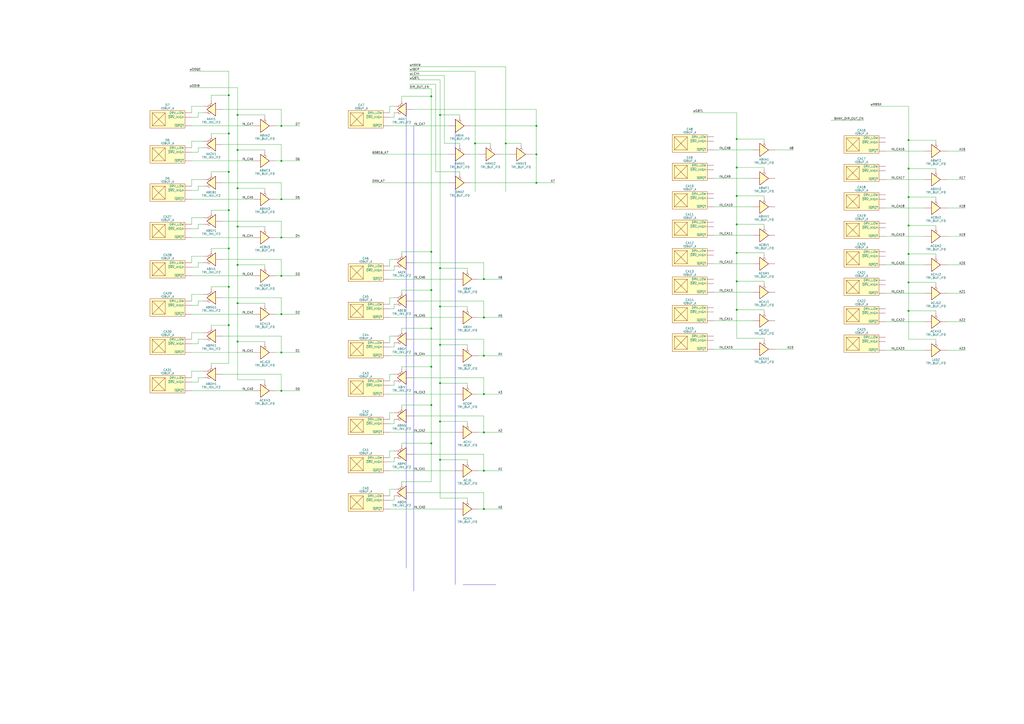
<source format=kicad_sch>
(kicad_sch (version 20230121) (generator eeschema)
  (paper "A2")
  (title_block (title "SNES S-CPU Schematics ") (date "2023-06-14") (rev "0.1") (company "Regis Galland"))
  (lib_symbols
    (symbol "Ricoh_Cells:IOBUF_A" (pin_numbers hide)
      (property "Reference" "U" (at 0 6.35 0))
      (property "Value" "IOBUF_A" (at 0 -6.35 0))
      (symbol "IOBUF_A_0_1"
        (rectangle (start -10.16 5.08) (end 10.16 -5.08) (fill (type background)))
        (rectangle (start -8.89 3.81) (end -1.27 -3.81))
        (polyline (pts (xy -8.89 -3.81) (xy -1.27 3.81)))
        (polyline (pts (xy -1.27 -3.81) (xy -8.89 3.81)))
      )
      (symbol "IOBUF_A_1_1"
        (pin input line (at 13.97 3.81 180) (length 3.81) (name "DRV_LOW") (number "1"))
        (pin output line (at 13.97 -3.81 180) (length 3.81) (name "~{INPUT}") (number "2"))
        (pin input line (at 13.97 1.27 180) (length 3.81) (name "~{DRV}_HIGH") (number "3"))
      )
    )
    (symbol "Ricoh_Cells:TRI_BUF_IF0" (pin_numbers hide) (pin_names hide)
      (property "Reference" "U?" (at 0 -5.08 0))
      (property "Value" "TRI_BUF_IF0" (at 0 -7.62 0))
      (symbol "TRI_BUF_IF0_1_0"
        (polyline (pts (xy -2.54 3.81) (xy -2.54 -3.81) (xy 2.54 0) (xy -2.54 3.81)) (stroke (width 0.254)) (fill (type background)))
        (pin input line (at -6.35 0 0) (length 3.81) (name "IN") (number "1"))
        (pin input line (at -6.35 0 0) (length 3.81) hide (name "IN") (number "3"))
        (pin tri_state line (at 6.35 0 180) (length 3.81) (name "~") (number "4"))
      )
      (symbol "TRI_BUF_IF0_1_1"
        (pin input inverted (at 0 5.08 270) (length 3) (name "~{ENA}") (number "2"))
      )
    )
    (symbol "Ricoh_Cells:TRI_INV_IF2" (pin_numbers hide) (pin_names hide)
      (property "Reference" "U?" (at 0 -5.08 0))
      (property "Value" "TRI_INV_IF2" (at 0 -7.62 0))
      (symbol "TRI_INV_IF2_1_0"
        (polyline (pts (xy -2.54 3.81) (xy -2.54 -3.81) (xy 2.54 0) (xy -2.54 3.81)) (stroke (width 0.254)) (fill (type background)))
        (pin input line (at -6.35 0 0) (length 3.81) (name "~") (number "2"))
        (pin tri_state inverted (at 4.445 -1.905 180) (length 3.81) (name "~") (number "3"))
        (pin tri_state inverted (at 4.445 1.905 180) (length 3.81) (name "~") (number "3"))
      )
      (symbol "TRI_INV_IF2_1_1"
        (pin input inverted (at 0 5.08 270) (length 3) (name "~{ENA}") (number "1"))
      )
    )
  )
  (junction (at 427.355 163.195))
  (junction (at 132.715 188.595))
  (junction (at 280.67 161.925))
  (junction (at 250.19 190.5))
  (junction (at 527.05 114.3))
  (junction (at 255.27 244.475))
  (junction (at 132.715 77.47))
  (junction (at 280.67 228.6))
  (junction (at 427.355 97.155))
  (junction (at 311.15 106.045))
  (junction (at 427.355 130.175))
  (junction (at 163.195 226.695))
  (junction (at 137.795 131.445))
  (junction (at 132.715 144.145))
  (junction (at 250.19 257.175))
  (junction (at 527.05 97.79))
  (junction (at 427.355 80.645))
  (junction (at 311.15 73.025))
  (junction (at 280.67 295.275))
  (junction (at 250.19 212.725))
  (junction (at 527.05 130.81))
  (junction (at 293.37 83.185))
  (junction (at 280.67 250.825))
  (junction (at 280.67 206.375))
  (junction (at 132.715 99.695))
  (junction (at 137.795 198.12))
  (junction (at 255.27 266.7))
  (junction (at 163.195 204.47))
  (junction (at 163.195 93.345))
  (junction (at 250.19 55.88))
  (junction (at 427.355 113.665))
  (junction (at 163.195 73.025))
  (junction (at 275.59 83.185))
  (junction (at 132.715 121.92))
  (junction (at 132.715 55.245))
  (junction (at 132.715 166.37))
  (junction (at 255.27 200.025))
  (junction (at 527.05 180.34))
  (junction (at 280.67 184.15))
  (junction (at 163.195 115.57))
  (junction (at 527.05 81.28))
  (junction (at 163.195 160.02))
  (junction (at 137.795 86.995))
  (junction (at 137.795 109.22))
  (junction (at 250.19 234.95))
  (junction (at 137.795 66.675))
  (junction (at 163.195 182.245))
  (junction (at 255.27 222.25))
  (junction (at 250.19 168.275))
  (junction (at 280.67 273.05))
  (junction (at 427.355 179.705))
  (junction (at 163.195 137.795))
  (junction (at 250.19 146.05))
  (junction (at 427.355 146.685))
  (junction (at 255.27 155.575))
  (junction (at 137.795 175.895))
  (junction (at 527.05 147.32))
  (junction (at 527.05 163.83))
  (junction (at 255.27 177.8))
  (junction (at 255.27 66.675))
  (junction (at 137.795 153.67))
  (junction (at 311.15 89.535))
  (wire (pts (xy 118.11 81.915) (xy 111.125 81.915)))
  (wire (pts (xy 250.19 55.88) (xy 250.19 146.05)))
  (wire (pts (xy 277.495 295.275) (xy 280.67 295.275)))
  (wire (pts (xy 153.67 177.165) (xy 153.67 175.895)))
  (wire (pts (xy 228.6 287.655) (xy 228.6 290.195)))
  (wire (pts (xy 255.27 177.8) (xy 255.27 155.575)))
  (wire (pts (xy 137.795 131.445) (xy 137.795 153.67)))
  (wire (pts (xy 527.05 180.34) (xy 527.05 163.83)))
  (wire (pts (xy 111.125 182.245) (xy 147.32 182.245)))
  (wire (pts (xy 122.555 99.695) (xy 122.555 100.965)))
  (wire (pts (xy 132.715 144.145) (xy 122.555 144.145)))
  (wire (pts (xy 513.715 153.67) (xy 536.575 153.67)))
  (wire (pts (xy 118.11 193.04) (xy 111.125 193.04)))
  (wire (pts (xy 527.05 114.3) (xy 527.05 97.79)))
  (wire (pts (xy 114.935 65.405) (xy 118.11 65.405)))
  (wire (pts (xy 111.125 126.365) (xy 111.125 130.175)))
  (wire (pts (xy 132.715 210.82) (xy 122.555 210.82)))
  (wire (pts (xy 228.6 261.62) (xy 226.06 261.62)))
  (wire (pts (xy 255.27 155.575) (xy 271.145 155.575)))
  (wire (pts (xy 233.045 279.4) (xy 233.045 280.67)))
  (wire (pts (xy 271.145 179.07) (xy 271.145 177.8)))
  (wire (pts (xy 293.37 83.185) (xy 302.26 83.185)))
  (wire (pts (xy 114.935 65.405) (xy 114.935 67.945)))
  (wire (pts (xy 504.825 61.595) (xy 527.05 61.595)))
  (wire (pts (xy 153.67 131.445) (xy 137.795 131.445)))
  (wire (pts (xy 137.795 198.12) (xy 137.795 220.345)))
  (wire (pts (xy 542.925 196.85) (xy 542.925 198.12)))
  (wire (pts (xy 427.355 80.645) (xy 427.355 97.155)))
  (wire (pts (xy 414.02 186.055) (xy 436.88 186.055)))
  (wire (pts (xy 271.145 290.195) (xy 271.145 288.925)))
  (wire (pts (xy 277.495 161.925) (xy 280.67 161.925)))
  (wire (pts (xy 414.02 103.505) (xy 436.88 103.505)))
  (wire (pts (xy 250.19 168.275) (xy 233.045 168.275)))
  (wire (pts (xy 443.23 180.975) (xy 443.23 179.705)))
  (wire (pts (xy 228.6 290.195) (xy 226.06 290.195)))
  (wire (pts (xy 271.145 266.7) (xy 255.27 266.7)))
  (wire (pts (xy 233.045 146.05) (xy 250.19 146.05)))
  (wire (pts (xy 163.195 194.945) (xy 128.905 194.945)))
  (wire (pts (xy 114.935 196.85) (xy 118.11 196.85)))
  (wire (pts (xy 513.715 137.16) (xy 536.575 137.16)))
  (wire (pts (xy 111.125 148.59) (xy 111.125 152.4)))
  (wire (pts (xy 132.715 166.37) (xy 122.555 166.37)))
  (wire (pts (xy 228.6 67.945) (xy 228.6 65.405)))
  (wire (pts (xy 163.195 106.045) (xy 128.905 106.045)))
  (wire (pts (xy 228.6 154.305) (xy 228.6 156.845)))
  (wire (pts (xy 111.125 115.57) (xy 147.32 115.57)))
  (wire (pts (xy 443.23 98.425) (xy 443.23 97.155)))
  (wire (pts (xy 163.195 217.17) (xy 128.905 217.17)))
  (wire (pts (xy 255.27 222.25) (xy 255.27 244.475)))
  (wire (pts (xy 228.6 198.755) (xy 228.6 201.295)))
  (wire (pts (xy 228.6 243.205) (xy 228.6 245.745)))
  (wire (pts (xy 443.23 146.685) (xy 443.23 147.955)))
  (wire (pts (xy 280.67 263.525) (xy 239.395 263.525)))
  (wire (pts (xy 443.23 179.705) (xy 427.355 179.705)))
  (wire (pts (xy 137.795 50.8) (xy 137.795 66.675)))
  (wire (pts (xy 250.19 279.4) (xy 233.045 279.4)))
  (wire (pts (xy 250.19 257.175) (xy 233.045 257.175)))
  (wire (pts (xy 280.67 174.625) (xy 239.395 174.625)))
  (wire (pts (xy 111.125 170.815) (xy 111.125 174.625)))
  (wire (pts (xy 111.125 193.04) (xy 111.125 196.85)))
  (wire (pts (xy 228.6 220.98) (xy 228.6 223.52)))
  (wire (pts (xy 111.125 226.695) (xy 147.32 226.695)))
  (wire (pts (xy 228.6 267.97) (xy 226.06 267.97)))
  (wire (pts (xy 266.7 66.675) (xy 266.7 67.945)))
  (wire (pts (xy 163.195 137.795) (xy 173.99 137.795)))
  (wire (pts (xy 280.67 219.075) (xy 239.395 219.075)))
  (wire (pts (xy 449.58 202.565) (xy 460.375 202.565)))
  (wire (pts (xy 163.195 83.82) (xy 128.905 83.82)))
  (wire (pts (xy 114.935 174.625) (xy 118.11 174.625)))
  (wire (pts (xy 114.935 130.175) (xy 114.935 132.715)))
  (wire (pts (xy 542.925 163.83) (xy 527.05 163.83)))
  (wire (pts (xy 160.02 137.795) (xy 163.195 137.795)))
  (wire (pts (xy 111.125 104.14) (xy 111.125 107.95)))
  (wire (pts (xy 549.275 153.67) (xy 560.07 153.67)))
  (wire (pts (xy 277.495 228.6) (xy 280.67 228.6)))
  (wire (pts (xy 132.715 55.245) (xy 132.715 77.47)))
  (wire (pts (xy 228.6 179.07) (xy 226.06 179.07)))
  (wire (pts (xy 233.045 257.175) (xy 233.045 258.445)))
  (wire (pts (xy 237.49 43.815) (xy 257.81 43.815)))
  (wire (pts (xy 137.795 109.22) (xy 137.795 86.995)))
  (polyline (pts (xy 264.16 69.215) (xy 264.16 339.09)))
  (wire (pts (xy 414.02 202.565) (xy 436.88 202.565)))
  (polyline (pts (xy 268.605 339.09) (xy 287.655 339.09)))
  (wire (pts (xy 250.19 51.435) (xy 250.19 55.88)))
  (wire (pts (xy 255.27 266.7) (xy 255.27 288.925)))
  (wire (pts (xy 280.67 206.375) (xy 280.67 196.85)))
  (wire (pts (xy 132.715 77.47) (xy 122.555 77.47)))
  (wire (pts (xy 132.715 99.695) (xy 122.555 99.695)))
  (wire (pts (xy 277.495 206.375) (xy 280.67 206.375)))
  (wire (pts (xy 111.125 204.47) (xy 147.32 204.47)))
  (wire (pts (xy 549.275 87.63) (xy 560.07 87.63)))
  (wire (pts (xy 153.67 66.675) (xy 153.67 67.945)))
  (wire (pts (xy 250.19 212.725) (xy 233.045 212.725)))
  (wire (pts (xy 273.05 106.045) (xy 311.15 106.045)))
  (wire (pts (xy 132.715 188.595) (xy 122.555 188.595)))
  (wire (pts (xy 443.23 130.175) (xy 427.355 130.175)))
  (wire (pts (xy 233.045 212.725) (xy 233.045 213.995)))
  (wire (pts (xy 542.925 97.79) (xy 527.05 97.79)))
  (wire (pts (xy 250.19 190.5) (xy 233.045 190.5)))
  (wire (pts (xy 250.19 234.95) (xy 250.19 257.175)))
  (wire (pts (xy 114.935 88.265) (xy 111.125 88.265)))
  (wire (pts (xy 226.06 295.275) (xy 264.795 295.275)))
  (wire (pts (xy 255.27 200.025) (xy 255.27 222.25)))
  (wire (pts (xy 122.555 144.145) (xy 122.555 145.415)))
  (wire (pts (xy 275.59 83.185) (xy 275.59 111.125)))
  (wire (pts (xy 114.935 110.49) (xy 111.125 110.49)))
  (wire (pts (xy 128.905 63.5) (xy 163.195 63.5)))
  (wire (pts (xy 271.145 177.8) (xy 255.27 177.8)))
  (wire (pts (xy 542.925 114.3) (xy 527.05 114.3)))
  (wire (pts (xy 250.19 212.725) (xy 250.19 234.95)))
  (wire (pts (xy 443.23 97.155) (xy 427.355 97.155)))
  (wire (pts (xy 275.59 83.185) (xy 284.48 83.185)))
  (wire (pts (xy 427.355 196.215) (xy 427.355 179.705)))
  (wire (pts (xy 250.19 257.175) (xy 250.19 279.4)))
  (wire (pts (xy 414.02 169.545) (xy 436.88 169.545)))
  (wire (pts (xy 542.925 82.55) (xy 542.925 81.28)))
  (wire (pts (xy 122.555 121.92) (xy 122.555 123.19)))
  (wire (pts (xy 527.05 180.34) (xy 527.05 196.85)))
  (wire (pts (xy 239.395 63.5) (xy 311.15 63.5)))
  (wire (pts (xy 228.6 245.745) (xy 226.06 245.745)))
  (wire (pts (xy 114.935 85.725) (xy 114.935 88.265)))
  (wire (pts (xy 233.045 55.88) (xy 233.045 58.42)))
  (wire (pts (xy 293.37 83.185) (xy 293.37 111.125)))
  (wire (pts (xy 114.935 85.725) (xy 118.11 85.725)))
  (wire (pts (xy 160.02 73.025) (xy 163.195 73.025)))
  (wire (pts (xy 266.7 83.185) (xy 266.7 84.455)))
  (wire (pts (xy 114.935 152.4) (xy 118.11 152.4)))
  (wire (pts (xy 228.6 239.395) (xy 226.06 239.395)))
  (wire (pts (xy 122.555 55.245) (xy 122.555 58.42)))
  (wire (pts (xy 132.715 77.47) (xy 132.715 99.695)))
  (wire (pts (xy 132.715 99.695) (xy 132.715 121.92)))
  (wire (pts (xy 137.795 86.995) (xy 137.795 66.675)))
  (wire (pts (xy 111.125 73.025) (xy 147.32 73.025)))
  (wire (pts (xy 443.23 163.195) (xy 427.355 163.195)))
  (wire (pts (xy 163.195 73.025) (xy 173.99 73.025)))
  (wire (pts (xy 226.06 67.945) (xy 228.6 67.945)))
  (wire (pts (xy 542.925 181.61) (xy 542.925 180.34)))
  (wire (pts (xy 153.67 109.22) (xy 137.795 109.22)))
  (wire (pts (xy 501.015 69.85) (xy 481.965 69.85)))
  (wire (pts (xy 513.715 87.63) (xy 536.575 87.63)))
  (wire (pts (xy 542.925 165.1) (xy 542.925 163.83)))
  (wire (pts (xy 122.555 77.47) (xy 122.555 78.74)))
  (wire (pts (xy 226.06 250.825) (xy 264.795 250.825)))
  (wire (pts (xy 233.045 234.95) (xy 233.045 236.22)))
  (wire (pts (xy 284.48 83.185) (xy 284.48 84.455)))
  (wire (pts (xy 527.05 97.79) (xy 527.05 81.28)))
  (wire (pts (xy 163.195 204.47) (xy 173.99 204.47)))
  (wire (pts (xy 122.555 188.595) (xy 122.555 189.865)))
  (wire (pts (xy 527.05 130.81) (xy 542.925 130.81)))
  (wire (pts (xy 153.67 199.39) (xy 153.67 198.12)))
  (wire (pts (xy 118.11 104.14) (xy 111.125 104.14)))
  (wire (pts (xy 271.145 222.25) (xy 271.145 223.52)))
  (wire (pts (xy 549.275 104.14) (xy 560.07 104.14)))
  (wire (pts (xy 226.06 161.925) (xy 264.795 161.925)))
  (wire (pts (xy 163.195 160.02) (xy 173.99 160.02)))
  (wire (pts (xy 114.935 152.4) (xy 114.935 154.94)))
  (wire (pts (xy 277.495 273.05) (xy 280.67 273.05)))
  (wire (pts (xy 427.355 130.175) (xy 427.355 113.665)))
  (wire (pts (xy 118.11 170.815) (xy 111.125 170.815)))
  (wire (pts (xy 427.355 113.665) (xy 427.355 97.155)))
  (wire (pts (xy 277.495 184.15) (xy 280.67 184.15)))
  (wire (pts (xy 255.27 200.025) (xy 255.27 177.8)))
  (wire (pts (xy 114.935 107.95) (xy 114.935 110.49)))
  (wire (pts (xy 163.195 93.345) (xy 163.195 83.82)))
  (wire (pts (xy 228.6 172.72) (xy 226.06 172.72)))
  (wire (pts (xy 302.26 83.185) (xy 302.26 84.455)))
  (wire (pts (xy 132.715 144.145) (xy 132.715 166.37)))
  (wire (pts (xy 160.02 93.345) (xy 163.195 93.345)))
  (wire (pts (xy 163.195 115.57) (xy 173.99 115.57)))
  (wire (pts (xy 153.67 198.12) (xy 137.795 198.12)))
  (wire (pts (xy 163.195 204.47) (xy 163.195 194.945)))
  (wire (pts (xy 160.02 115.57) (xy 163.195 115.57)))
  (wire (pts (xy 114.935 132.715) (xy 111.125 132.715)))
  (wire (pts (xy 542.925 148.59) (xy 542.925 147.32)))
  (wire (pts (xy 271.145 267.97) (xy 271.145 266.7)))
  (wire (pts (xy 226.06 217.17) (xy 226.06 220.98)))
  (wire (pts (xy 160.02 182.245) (xy 163.195 182.245)))
  (wire (pts (xy 228.6 176.53) (xy 228.6 179.07)))
  (wire (pts (xy 549.275 120.65) (xy 560.07 120.65)))
  (wire (pts (xy 280.67 206.375) (xy 291.465 206.375)))
  (wire (pts (xy 250.19 146.05) (xy 250.19 168.275)))
  (wire (pts (xy 114.935 67.945) (xy 111.125 67.945)))
  (wire (pts (xy 163.195 128.27) (xy 128.905 128.27)))
  (wire (pts (xy 111.125 215.265) (xy 111.125 219.075)))
  (wire (pts (xy 311.15 106.045) (xy 311.15 89.535)))
  (wire (pts (xy 226.06 239.395) (xy 226.06 243.205)))
  (wire (pts (xy 163.195 172.72) (xy 128.905 172.72)))
  (wire (pts (xy 109.855 50.8) (xy 137.795 50.8)))
  (wire (pts (xy 233.045 146.05) (xy 233.045 147.32)))
  (wire (pts (xy 513.715 170.18) (xy 536.575 170.18)))
  (wire (pts (xy 280.67 196.85) (xy 239.395 196.85)))
  (wire (pts (xy 273.05 89.535) (xy 278.13 89.535)))
  (wire (pts (xy 114.935 221.615) (xy 111.125 221.615)))
  (wire (pts (xy 271.145 156.845) (xy 271.145 155.575)))
  (wire (pts (xy 137.795 131.445) (xy 137.795 109.22)))
  (wire (pts (xy 275.59 41.275) (xy 275.59 83.185)))
  (wire (pts (xy 153.67 86.995) (xy 137.795 86.995)))
  (wire (pts (xy 280.67 161.925) (xy 291.465 161.925)))
  (wire (pts (xy 118.11 126.365) (xy 111.125 126.365)))
  (wire (pts (xy 271.145 245.745) (xy 271.145 244.475)))
  (wire (pts (xy 226.06 150.495) (xy 226.06 154.305)))
  (wire (pts (xy 280.67 250.825) (xy 280.67 241.3)))
  (wire (pts (xy 132.715 121.92) (xy 122.555 121.92)))
  (wire (pts (xy 443.23 114.935) (xy 443.23 113.665)))
  (wire (pts (xy 311.15 89.535) (xy 311.15 73.025)))
  (wire (pts (xy 513.715 120.65) (xy 536.575 120.65)))
  (wire (pts (xy 271.145 200.025) (xy 255.27 200.025)))
  (wire (pts (xy 266.7 99.695) (xy 266.7 100.965)))
  (wire (pts (xy 163.195 73.025) (xy 163.195 63.5)))
  (wire (pts (xy 280.67 228.6) (xy 280.67 219.075)))
  (wire (pts (xy 237.49 41.275) (xy 275.59 41.275)))
  (wire (pts (xy 542.925 180.34) (xy 527.05 180.34)))
  (wire (pts (xy 111.125 137.795) (xy 147.32 137.795)))
  (wire (pts (xy 527.05 196.85) (xy 542.925 196.85)))
  (wire (pts (xy 226.06 61.595) (xy 226.06 65.405)))
  (wire (pts (xy 280.67 161.925) (xy 280.67 152.4)))
  (wire (pts (xy 160.02 226.695) (xy 163.195 226.695)))
  (wire (pts (xy 255.27 222.25) (xy 271.145 222.25)))
  (wire (pts (xy 449.58 86.995) (xy 460.375 86.995)))
  (wire (pts (xy 233.045 190.5) (xy 233.045 191.77)))
  (wire (pts (xy 443.23 80.645) (xy 443.23 81.915)))
  (wire (pts (xy 237.49 46.355) (xy 255.27 46.355)))
  (wire (pts (xy 163.195 137.795) (xy 163.195 128.27)))
  (wire (pts (xy 271.145 201.295) (xy 271.145 200.025)))
  (wire (pts (xy 153.67 110.49) (xy 153.67 109.22)))
  (wire (pts (xy 443.23 197.485) (xy 443.23 196.215)))
  (wire (pts (xy 414.02 120.015) (xy 436.88 120.015)))
  (wire (pts (xy 153.67 175.895) (xy 137.795 175.895)))
  (wire (pts (xy 273.05 73.025) (xy 311.15 73.025)))
  (wire (pts (xy 527.05 61.595) (xy 527.05 81.28)))
  (wire (pts (xy 280.67 295.275) (xy 280.67 285.75)))
  (wire (pts (xy 271.145 244.475) (xy 255.27 244.475)))
  (wire (pts (xy 111.125 93.345) (xy 147.32 93.345)))
  (wire (pts (xy 257.81 43.815) (xy 257.81 83.185)))
  (wire (pts (xy 132.715 166.37) (xy 132.715 188.595)))
  (wire (pts (xy 427.355 130.175) (xy 427.355 146.685)))
  (wire (pts (xy 163.195 150.495) (xy 128.905 150.495)))
  (wire (pts (xy 280.67 184.15) (xy 280.67 174.625)))
  (wire (pts (xy 228.6 283.845) (xy 226.06 283.845)))
  (wire (pts (xy 527.05 114.3) (xy 527.05 130.81)))
  (wire (pts (xy 228.6 150.495) (xy 226.06 150.495)))
  (wire (pts (xy 160.02 204.47) (xy 163.195 204.47)))
  (wire (pts (xy 443.23 131.445) (xy 443.23 130.175)))
  (wire (pts (xy 153.67 153.67) (xy 153.67 154.94)))
  (wire (pts (xy 132.715 188.595) (xy 132.715 210.82)))
  (wire (pts (xy 280.67 273.05) (xy 291.465 273.05)))
  (wire (pts (xy 226.06 283.845) (xy 226.06 287.655)))
  (wire (pts (xy 111.125 61.595) (xy 111.125 65.405)))
  (wire (pts (xy 549.275 203.2) (xy 560.07 203.2)))
  (wire (pts (xy 513.715 203.2) (xy 536.575 203.2)))
  (wire (pts (xy 237.49 38.735) (xy 293.37 38.735)))
  (wire (pts (xy 280.67 152.4) (xy 239.395 152.4)))
  (wire (pts (xy 290.83 89.535) (xy 295.91 89.535)))
  (wire (pts (xy 114.935 219.075) (xy 114.935 221.615)))
  (wire (pts (xy 257.81 83.185) (xy 266.7 83.185)))
  (wire (pts (xy 542.925 81.28) (xy 527.05 81.28)))
  (wire (pts (xy 114.935 199.39) (xy 111.125 199.39)))
  (wire (pts (xy 215.9 89.535) (xy 260.35 89.535)))
  (wire (pts (xy 443.23 164.465) (xy 443.23 163.195)))
  (wire (pts (xy 153.67 88.265) (xy 153.67 86.995)))
  (wire (pts (xy 280.67 273.05) (xy 280.67 263.525)))
  (wire (pts (xy 111.125 81.915) (xy 111.125 85.725)))
  (wire (pts (xy 137.795 175.895) (xy 137.795 198.12)))
  (wire (pts (xy 414.02 136.525) (xy 436.88 136.525)))
  (wire (pts (xy 132.715 41.275) (xy 132.715 55.245)))
  (wire (pts (xy 237.49 51.435) (xy 250.19 51.435)))
  (wire (pts (xy 114.935 219.075) (xy 118.11 219.075)))
  (wire (pts (xy 549.275 170.18) (xy 560.07 170.18)))
  (wire (pts (xy 271.145 288.925) (xy 255.27 288.925)))
  (wire (pts (xy 118.11 148.59) (xy 111.125 148.59)))
  (wire (pts (xy 311.15 73.025) (xy 311.15 63.5)))
  (wire (pts (xy 122.555 210.82) (xy 122.555 212.09)))
  (wire (pts (xy 255.27 66.675) (xy 266.7 66.675)))
  (wire (pts (xy 163.195 160.02) (xy 163.195 150.495)))
  (wire (pts (xy 280.67 184.15) (xy 291.465 184.15)))
  (wire (pts (xy 414.02 86.995) (xy 436.88 86.995)))
  (wire (pts (xy 137.795 153.67) (xy 137.795 175.895)))
  (wire (pts (xy 163.195 226.695) (xy 163.195 217.17)))
  (wire (pts (xy 163.195 182.245) (xy 173.99 182.245)))
  (wire (pts (xy 163.195 115.57) (xy 163.195 106.045)))
  (wire (pts (xy 153.67 132.715) (xy 153.67 131.445)))
  (wire (pts (xy 215.9 106.045) (xy 260.35 106.045)))
  (wire (pts (xy 250.19 168.275) (xy 250.19 190.5)))
  (wire (pts (xy 160.02 160.02) (xy 163.195 160.02)))
  (wire (pts (xy 280.67 295.275) (xy 291.465 295.275)))
  (wire (pts (xy 427.355 146.685) (xy 443.23 146.685)))
  (wire (pts (xy 527.05 163.83) (xy 527.05 147.32)))
  (wire (pts (xy 250.19 190.5) (xy 250.19 212.725)))
  (wire (pts (xy 132.715 55.245) (xy 122.555 55.245)))
  (wire (pts (xy 137.795 66.675) (xy 153.67 66.675)))
  (wire (pts (xy 228.6 61.595) (xy 226.06 61.595)))
  (wire (pts (xy 233.045 168.275) (xy 233.045 169.545)))
  (wire (pts (xy 237.49 48.895) (xy 252.73 48.895)))
  (wire (pts (xy 527.05 147.32) (xy 527.05 130.81)))
  (wire (pts (xy 114.935 174.625) (xy 114.935 177.165)))
  (wire (pts (xy 549.275 137.16) (xy 560.07 137.16)))
  (wire (pts (xy 280.67 250.825) (xy 291.465 250.825)))
  (wire (pts (xy 228.6 223.52) (xy 226.06 223.52)))
  (wire (pts (xy 114.935 177.165) (xy 111.125 177.165)))
  (wire (pts (xy 255.27 46.355) (xy 255.27 66.675)))
  (wire (pts (xy 252.73 99.695) (xy 266.7 99.695)))
  (polyline (pts (xy 235.585 59.69) (xy 235.585 329.565)))
  (wire (pts (xy 228.6 194.945) (xy 226.06 194.945)))
  (wire (pts (xy 118.11 61.595) (xy 111.125 61.595)))
  (wire (pts (xy 163.195 226.695) (xy 173.99 226.695)))
  (wire (pts (xy 153.67 220.345) (xy 137.795 220.345)))
  (wire (pts (xy 427.355 163.195) (xy 427.355 146.685)))
  (wire (pts (xy 542.925 130.81) (xy 542.925 132.08)))
  (wire (pts (xy 226.06 273.05) (xy 264.795 273.05)))
  (wire (pts (xy 280.67 285.75) (xy 239.395 285.75)))
  (wire (pts (xy 114.935 154.94) (xy 111.125 154.94)))
  (wire (pts (xy 311.15 89.535) (xy 308.61 89.535)))
  (wire (pts (xy 401.955 65.405) (xy 427.355 65.405)))
  (wire (pts (xy 255.27 155.575) (xy 255.27 66.675)))
  (wire (pts (xy 163.195 93.345) (xy 173.99 93.345)))
  (wire (pts (xy 109.855 41.275) (xy 132.715 41.275)))
  (wire (pts (xy 293.37 38.735) (xy 293.37 83.185)))
  (wire (pts (xy 427.355 179.705) (xy 427.355 163.195)))
  (wire (pts (xy 549.275 186.69) (xy 560.07 186.69)))
  (wire (pts (xy 414.02 153.035) (xy 436.88 153.035)))
  (wire (pts (xy 228.6 217.17) (xy 226.06 217.17)))
  (wire (pts (xy 277.495 250.825) (xy 280.67 250.825)))
  (wire (pts (xy 153.67 221.615) (xy 153.67 220.345)))
  (wire (pts (xy 163.195 182.245) (xy 163.195 172.72)))
  (wire (pts (xy 280.67 241.3) (xy 239.395 241.3)))
  (wire (pts (xy 226.06 206.375) (xy 264.795 206.375)))
  (wire (pts (xy 513.715 186.69) (xy 536.575 186.69)))
  (wire (pts (xy 122.555 166.37) (xy 122.555 167.64)))
  (wire (pts (xy 280.67 228.6) (xy 291.465 228.6)))
  (wire (pts (xy 132.715 121.92) (xy 132.715 144.145)))
  (wire (pts (xy 255.27 244.475) (xy 255.27 266.7)))
  (wire (pts (xy 233.045 55.88) (xy 250.19 55.88)))
  (wire (pts (xy 513.715 104.14) (xy 536.575 104.14)))
  (wire (pts (xy 114.935 196.85) (xy 114.935 199.39)))
  (wire (pts (xy 226.06 73.025) (xy 260.35 73.025)))
  (wire (pts (xy 118.11 215.265) (xy 111.125 215.265)))
  (wire (pts (xy 114.935 130.175) (xy 118.11 130.175)))
  (wire (pts (xy 226.06 228.6) (xy 264.795 228.6)))
  (wire (pts (xy 443.23 113.665) (xy 427.355 113.665)))
  (wire (pts (xy 228.6 201.295) (xy 226.06 201.295)))
  (wire (pts (xy 137.795 153.67) (xy 153.67 153.67)))
  (polyline (pts (xy 240.03 73.025) (xy 240.03 342.9)))
  (wire (pts (xy 111.125 160.02) (xy 147.32 160.02)))
  (wire (pts (xy 443.23 196.215) (xy 427.355 196.215)))
  (wire (pts (xy 542.925 115.57) (xy 542.925 114.3)))
  (wire (pts (xy 252.73 99.695) (xy 252.73 48.895)))
  (wire (pts (xy 311.15 106.045) (xy 321.945 106.045)))
  (wire (pts (xy 542.925 147.32) (xy 527.05 147.32)))
  (wire (pts (xy 114.935 107.95) (xy 118.11 107.95)))
  (wire (pts (xy 226.06 194.945) (xy 226.06 198.755)))
  (wire (pts (xy 542.925 99.06) (xy 542.925 97.79)))
  (wire (pts (xy 228.6 156.845) (xy 226.06 156.845)))
  (wire (pts (xy 228.6 265.43) (xy 228.6 267.97)))
  (wire (pts (xy 427.355 80.645) (xy 443.23 80.645)))
  (wire (pts (xy 226.06 172.72) (xy 226.06 176.53)))
  (wire (pts (xy 250.19 234.95) (xy 233.045 234.95)))
  (wire (pts (xy 226.06 184.15) (xy 264.795 184.15)))
  (wire (pts (xy 427.355 65.405) (xy 427.355 80.645)))
  (wire (pts (xy 226.06 261.62) (xy 226.06 265.43)))
  (label "D3" (at 173.99 160.02 180))
  (label "IN_CA23" (at 516.89 203.2 0))
  (label "wHAKW" (at 237.49 38.735 0))
  (label "IN_CA6" (at 140.335 93.345 0))
  (label "IN_CA15" (at 417.195 202.565 0))
  (label "D0" (at 173.99 226.695 180))
  (label "IN_CA10" (at 417.195 120.015 0))
  (label "IN_CA14" (at 417.195 186.055 0))
  (label "IN_CA1" (at 240.03 273.05 0))
  (label "wODQC" (at 109.855 41.275 0))
  (label "IN_CA3" (at 240.03 228.6 0))
  (label "IN_CA18" (at 516.89 120.65 0))
  (label "IN_CA2" (at 240.03 250.825 0))
  (label "A15" (at 460.375 202.565 180))
  (label "A20" (at 560.07 153.67 180))
  (label "A0" (at 291.465 295.275 180))
  (label "IN_CA9" (at 417.195 103.505 0))
  (label "A7" (at 321.945 106.045 180))
  (label "IN_CA1" (at 140.335 204.47 0))
  (label "IN_CA7" (at 240.03 73.025 0))
  (label "IN_CA7" (at 140.335 73.025 0))
  (label "A18" (at 560.07 120.65 180))
  (label "A5" (at 291.465 184.15 180))
  (label "IN_CA19" (at 516.89 137.16 0))
  (label "IN_CA0" (at 140.335 226.695 0))
  (label "wODIB" (at 109.855 50.8 0))
  (label "A8" (at 460.375 86.995 180))
  (label "D1" (at 173.99 204.47 180))
  (label "A3" (at 291.465 228.6 180))
  (label "DMA_A7" (at 215.9 106.045 0))
  (label "IN_CA4" (at 240.03 206.375 0))
  (label "IN_CA22" (at 516.89 186.69 0))
  (label "IN_CA5" (at 240.03 184.15 0))
  (label "IN_CA4" (at 140.335 137.795 0))
  (label "D5" (at 173.99 115.57 180))
  (label "A23" (at 560.07 203.2 180))
  (label "D7" (at 173.99 73.025 180))
  (label "wGBTL" (at 237.49 46.355 0))
  (label "65816_A7" (at 215.9 89.535 0))
  (label "IN_CA12" (at 417.195 153.035 0))
  (label "DIR_OUT_EN" (at 237.49 51.435 0))
  (label "wMBSK" (at 504.825 61.595 0))
  (label "wIBEP" (at 237.49 41.275 0))
  (label "IN_CA21" (at 516.89 170.18 0))
  (label "D2" (at 173.99 182.245 180))
  (label "A19" (at 560.07 137.16 180))
  (label "IN_CA2" (at 140.335 182.245 0))
  (label "wGBTL" (at 401.955 65.405 0))
  (label "A4" (at 291.465 206.375 180))
  (label "IN_CA8" (at 417.195 86.995 0))
  (label "D6" (at 173.99 93.345 180))
  (label "wLCIH" (at 237.49 43.815 0))
  (label "A22" (at 560.07 186.69 180))
  (label "IN_CA13" (at 417.195 169.545 0))
  (label "IN_CA17" (at 516.89 104.14 0))
  (label "IN_CA11" (at 417.195 136.525 0))
  (label "A1" (at 291.465 273.05 180))
  (label "IN_CA5" (at 140.335 115.57 0))
  (label "BANK_DIR_OUT_EN" (at 501.015 69.85 180))
  (label "IN_CA20" (at 516.89 153.67 0))
  (label "IN_CA6" (at 240.03 161.925 0))
  (label "A17" (at 560.07 104.14 180))
  (label "IN_CA0" (at 240.03 295.275 0))
  (label "A21" (at 560.07 170.18 180))
  (label "D4" (at 173.99 137.795 180))
  (label "A2" (at 291.465 250.825 180))
  (label "A16" (at 560.07 87.63 180))
  (label "IN_CA3" (at 140.335 160.02 0))
  (label "A6" (at 291.465 161.925 180))
  (label "IN_CA16" (at 516.89 87.63 0))
  (symbol (lib_id "Ricoh_Cells:TRI_BUF_IF0") (at 266.7 89.535 0) (unit 1)
    (property "Reference" "HANV1" (at 266.7 94.877 0))
    (property "Value" "TRI_BUF_IF0" (at 266.7 96.925 0))
    (property "Datasheet" "http://iceboy.a-singer.de/doc/dmg_cells.html#tri_buf_if0" (effects hide))
  )
  (symbol (lib_id "Ricoh_Cells:IOBUF_A") (at 212.09 69.215 0) (unit 1)
    (property "Reference" "CA7" (at 209.55 60.96 0))
    (property "Value" "IOBUF_A" (at 209.55 62.865 0))
    (property "Datasheet" "http://iceboy.a-singer.de/doc/dmg_cells.html#iobuf_a" (effects hide))
  )
  (symbol (lib_id "Ricoh_Cells:IOBUF_A") (at 97.155 178.435 0) (unit 1)
    (property "Reference" "CA29" (at 97.155 170.18 0))
    (property "Value" "IOBUF_A" (at 97.155 172.085 0))
    (property "Datasheet" "http://iceboy.a-singer.de/doc/dmg_cells.html#iobuf_a" (effects hide))
  )
  (symbol (lib_id "Ricoh_Cells:IOBUF_A") (at 499.745 100.33 0) (unit 1)
    (property "Reference" "CA17" (at 499.745 92.075 0))
    (property "Value" "IOBUF_A" (at 499.745 93.98 0))
    (property "Datasheet" "http://iceboy.a-singer.de/doc/dmg_cells.html#iobuf_a" (effects hide))
  )
  (symbol (lib_id "Ricoh_Cells:IOBUF_A") (at 212.09 269.24 0) (unit 1)
    (property "Reference" "CA1" (at 212.09 260.985 0))
    (property "Value" "IOBUF_A" (at 212.09 262.89 0))
    (property "Datasheet" "http://iceboy.a-singer.de/doc/dmg_cells.html#iobuf_a" (effects hide))
  )
  (symbol (lib_id "Ricoh_Cells:TRI_INV_IF2") (at 233.045 219.075 0) (mirror y) (unit 1)
    (property "Reference" "ABIV" (at 233.045 224.6075 0))
    (property "Value" "TRI_INV_IF2" (at 233.045 226.5285 0))
  )
  (symbol (lib_id "Ricoh_Cells:IOBUF_A") (at 499.745 166.37 0) (unit 1)
    (property "Reference" "CA21" (at 499.745 158.115 0))
    (property "Value" "IOBUF_A" (at 499.745 160.02 0))
    (property "Datasheet" "http://iceboy.a-singer.de/doc/dmg_cells.html#iobuf_a" (effects hide))
  )
  (symbol (lib_id "Ricoh_Cells:TRI_BUF_IF0") (at 542.925 137.16 0) (unit 1)
    (property "Reference" "ACGM2" (at 542.925 142.6925 0))
    (property "Value" "TRI_BUF_IF0" (at 542.925 144.6135 0))
    (property "Datasheet" "http://iceboy.a-singer.de/doc/dmg_cells.html#tri_buf_if0" (effects hide))
  )
  (symbol (lib_id "Ricoh_Cells:TRI_INV_IF2") (at 233.045 63.5 0) (mirror y) (unit 1)
    (property "Reference" "AAXI" (at 233.045 69.0325 0))
    (property "Value" "TRI_INV_IF2" (at 233.045 70.9535 0))
  )
  (symbol (lib_id "Ricoh_Cells:TRI_INV_IF2") (at 122.555 217.17 0) (mirror y) (unit 1)
    (property "Reference" "ABOH1" (at 122.555 222.7025 0))
    (property "Value" "TRI_INV_IF2" (at 122.555 224.6235 0))
  )
  (symbol (lib_id "Ricoh_Cells:IOBUF_A") (at 499.745 133.35 0) (unit 1)
    (property "Reference" "CA19" (at 499.745 125.095 0))
    (property "Value" "IOBUF_A" (at 499.745 127 0))
    (property "Datasheet" "http://iceboy.a-singer.de/doc/dmg_cells.html#iobuf_a" (effects hide))
  )
  (symbol (lib_id "Ricoh_Cells:IOBUF_A") (at 499.745 182.88 0) (unit 1)
    (property "Reference" "CA22" (at 499.745 174.625 0))
    (property "Value" "IOBUF_A" (at 499.745 176.53 0))
    (property "Datasheet" "http://iceboy.a-singer.de/doc/dmg_cells.html#iobuf_a" (effects hide))
  )
  (symbol (lib_id "Ricoh_Cells:TRI_BUF_IF0") (at 153.67 226.695 0) (unit 1)
    (property "Reference" "ACKH3" (at 153.67 232.2275 0))
    (property "Value" "TRI_BUF_IF0" (at 153.67 234.1485 0))
    (property "Datasheet" "http://iceboy.a-singer.de/doc/dmg_cells.html#tri_buf_if0" (effects hide))
  )
  (symbol (lib_id "Ricoh_Cells:TRI_BUF_IF0") (at 542.925 170.18 0) (unit 1)
    (property "Reference" "ACJG2" (at 542.925 175.7125 0))
    (property "Value" "TRI_BUF_IF0" (at 542.925 177.6335 0))
    (property "Datasheet" "http://iceboy.a-singer.de/doc/dmg_cells.html#tri_buf_if0" (effects hide))
  )
  (symbol (lib_id "Ricoh_Cells:IOBUF_A") (at 400.05 198.755 0) (unit 1)
    (property "Reference" "CA15" (at 400.05 190.5 0))
    (property "Value" "IOBUF_A" (at 400.05 192.405 0))
    (property "Datasheet" "http://iceboy.a-singer.de/doc/dmg_cells.html#iobuf_a" (effects hide))
  )
  (symbol (lib_id "Ricoh_Cells:IOBUF_A") (at 212.09 180.34 0) (unit 1)
    (property "Reference" "CA5" (at 212.09 172.085 0))
    (property "Value" "IOBUF_A" (at 212.09 173.99 0))
    (property "Datasheet" "http://iceboy.a-singer.de/doc/dmg_cells.html#iobuf_a" (effects hide))
  )
  (symbol (lib_id "Ricoh_Cells:TRI_BUF_IF0") (at 153.67 160.02 0) (unit 1)
    (property "Reference" "ACGM3" (at 153.67 165.5525 0))
    (property "Value" "TRI_BUF_IF0" (at 153.67 167.4735 0))
    (property "Datasheet" "http://iceboy.a-singer.de/doc/dmg_cells.html#tri_buf_if0" (effects hide))
  )
  (symbol (lib_id "Ricoh_Cells:TRI_BUF_IF0") (at 284.48 89.535 0) (unit 1)
    (property "Reference" "HANV2" (at 284.48 94.877 0))
    (property "Value" "TRI_BUF_IF0" (at 284.48 96.925 0))
    (property "Datasheet" "http://iceboy.a-singer.de/doc/dmg_cells.html#tri_buf_if0" (effects hide))
  )
  (symbol (lib_id "Ricoh_Cells:TRI_INV_IF2") (at 122.555 106.045 0) (mirror y) (unit 1)
    (property "Reference" "ABEB1" (at 122.555 111.5775 0))
    (property "Value" "TRI_INV_IF2" (at 122.555 113.4985 0))
  )
  (symbol (lib_id "Ricoh_Cells:TRI_BUF_IF0") (at 542.925 186.69 0) (unit 1)
    (property "Reference" "ACKH2" (at 542.925 192.2225 0))
    (property "Value" "TRI_BUF_IF0" (at 542.925 194.1435 0))
    (property "Datasheet" "http://iceboy.a-singer.de/doc/dmg_cells.html#tri_buf_if0" (effects hide))
  )
  (symbol (lib_id "Ricoh_Cells:IOBUF_A") (at 212.09 202.565 0) (unit 1)
    (property "Reference" "CA4" (at 212.09 194.31 0))
    (property "Value" "IOBUF_A" (at 212.09 196.215 0))
    (property "Datasheet" "http://iceboy.a-singer.de/doc/dmg_cells.html#iobuf_a" (effects hide))
  )
  (symbol (lib_id "Ricoh_Cells:TRI_BUF_IF0") (at 153.67 73.025 0) (unit 1)
    (property "Reference" "ABVA2" (at 153.67 78.5575 0))
    (property "Value" "TRI_BUF_IF0" (at 153.67 80.4785 0))
    (property "Datasheet" "http://iceboy.a-singer.de/doc/dmg_cells.html#tri_buf_if0" (effects hide))
  )
  (symbol (lib_id "Ricoh_Cells:TRI_INV_IF2") (at 122.555 83.82 0) (mirror y) (unit 1)
    (property "Reference" "AAZK1" (at 122.555 89.3525 0))
    (property "Value" "TRI_INV_IF2" (at 122.555 91.2735 0))
  )
  (symbol (lib_id "Ricoh_Cells:IOBUF_A") (at 97.155 89.535 0) (unit 1)
    (property "Reference" "D6" (at 97.155 81.28 0))
    (property "Value" "IOBUF_A" (at 97.155 83.185 0))
    (property "Datasheet" "http://iceboy.a-singer.de/doc/dmg_cells.html#iobuf_a" (effects hide))
  )
  (symbol (lib_id "Ricoh_Cells:TRI_INV_IF2") (at 233.045 285.75 0) (mirror y) (unit 1)
    (property "Reference" "ABOH" (at 233.045 291.2825 0))
    (property "Value" "TRI_INV_IF2" (at 233.045 293.2035 0))
  )
  (symbol (lib_id "Ricoh_Cells:IOBUF_A") (at 400.05 165.735 0) (unit 1)
    (property "Reference" "CA13" (at 400.05 157.48 0))
    (property "Value" "IOBUF_A" (at 400.05 159.385 0))
    (property "Datasheet" "http://iceboy.a-singer.de/doc/dmg_cells.html#iobuf_a" (effects hide))
  )
  (symbol (lib_id "Ricoh_Cells:TRI_BUF_IF0") (at 271.145 206.375 0) (unit 1)
    (property "Reference" "ACBV" (at 271.145 211.9075 0))
    (property "Value" "TRI_BUF_IF0" (at 271.145 213.8285 0))
    (property "Datasheet" "http://iceboy.a-singer.de/doc/dmg_cells.html#tri_buf_if0" (effects hide))
  )
  (symbol (lib_id "Ricoh_Cells:TRI_BUF_IF0") (at 153.67 182.245 0) (unit 1)
    (property "Reference" "ACHJ3" (at 153.67 187.7775 0))
    (property "Value" "TRI_BUF_IF0" (at 153.67 189.6985 0))
    (property "Datasheet" "http://iceboy.a-singer.de/doc/dmg_cells.html#tri_buf_if0" (effects hide))
  )
  (symbol (lib_id "Ricoh_Cells:TRI_BUF_IF0") (at 271.145 161.925 0) (unit 1)
    (property "Reference" "ABWF" (at 271.145 167.4575 0))
    (property "Value" "TRI_BUF_IF0" (at 271.145 169.3785 0))
    (property "Datasheet" "http://iceboy.a-singer.de/doc/dmg_cells.html#tri_buf_if0" (effects hide))
  )
  (symbol (lib_id "Ricoh_Cells:IOBUF_A") (at 400.05 116.205 0) (unit 1)
    (property "Reference" "CA10" (at 400.05 107.95 0))
    (property "Value" "IOBUF_A" (at 400.05 109.855 0))
    (property "Datasheet" "http://iceboy.a-singer.de/doc/dmg_cells.html#iobuf_a" (effects hide))
  )
  (symbol (lib_id "Ricoh_Cells:TRI_BUF_IF0") (at 271.145 295.275 0) (unit 1)
    (property "Reference" "ACKH" (at 271.145 300.8075 0))
    (property "Value" "TRI_BUF_IF0" (at 271.145 302.7285 0))
    (property "Datasheet" "http://iceboy.a-singer.de/doc/dmg_cells.html#tri_buf_if0" (effects hide))
  )
  (symbol (lib_id "Ricoh_Cells:TRI_BUF_IF0") (at 153.67 93.345 0) (unit 1)
    (property "Reference" "ABWF3" (at 153.67 98.8775 0))
    (property "Value" "TRI_BUF_IF0" (at 153.67 100.7985 0))
    (property "Datasheet" "http://iceboy.a-singer.de/doc/dmg_cells.html#tri_buf_if0" (effects hide))
  )
  (symbol (lib_id "Ricoh_Cells:TRI_BUF_IF0") (at 542.925 104.14 0) (unit 1)
    (property "Reference" "ABXH2" (at 542.925 109.6725 0))
    (property "Value" "TRI_BUF_IF0" (at 542.925 111.5935 0))
    (property "Datasheet" "http://iceboy.a-singer.de/doc/dmg_cells.html#tri_buf_if0" (effects hide))
  )
  (symbol (lib_id "Ricoh_Cells:IOBUF_A") (at 97.155 222.885 0) (unit 1)
    (property "Reference" "CA31" (at 97.155 214.63 0))
    (property "Value" "IOBUF_A" (at 97.155 216.535 0))
    (property "Datasheet" "http://iceboy.a-singer.de/doc/dmg_cells.html#iobuf_a" (effects hide))
  )
  (symbol (lib_id "Ricoh_Cells:TRI_INV_IF2") (at 122.555 150.495 0) (mirror y) (unit 1)
    (property "Reference" "ABIV1" (at 122.555 156.0275 0))
    (property "Value" "TRI_INV_IF2" (at 122.555 157.9485 0))
  )
  (symbol (lib_id "Ricoh_Cells:TRI_BUF_IF0") (at 542.925 153.67 0) (unit 1)
    (property "Reference" "ACHJ2" (at 542.925 159.2025 0))
    (property "Value" "TRI_BUF_IF0" (at 542.925 161.1235 0))
    (property "Datasheet" "http://iceboy.a-singer.de/doc/dmg_cells.html#tri_buf_if0" (effects hide))
  )
  (symbol (lib_id "Ricoh_Cells:TRI_BUF_IF0") (at 266.7 73.025 0) (unit 1)
    (property "Reference" "ABVA" (at 266.7 78.5575 0))
    (property "Value" "TRI_BUF_IF0" (at 266.7 80.4785 0))
    (property "Datasheet" "http://iceboy.a-singer.de/doc/dmg_cells.html#tri_buf_if0" (effects hide))
  )
  (symbol (lib_id "Ricoh_Cells:TRI_BUF_IF0") (at 443.23 120.015 0) (unit 1)
    (property "Reference" "ABXH1" (at 443.23 125.5475 0))
    (property "Value" "TRI_BUF_IF0" (at 443.23 127.4685 0))
    (property "Datasheet" "http://iceboy.a-singer.de/doc/dmg_cells.html#tri_buf_if0" (effects hide))
  )
  (symbol (lib_id "Ricoh_Cells:IOBUF_A") (at 212.09 247.015 0) (unit 1)
    (property "Reference" "CA2" (at 212.09 238.76 0))
    (property "Value" "IOBUF_A" (at 212.09 240.665 0))
    (property "Datasheet" "http://iceboy.a-singer.de/doc/dmg_cells.html#iobuf_a" (effects hide))
  )
  (symbol (lib_id "Ricoh_Cells:TRI_BUF_IF0") (at 443.23 186.055 0) (unit 1)
    (property "Reference" "ACJG1" (at 443.23 191.5875 0))
    (property "Value" "TRI_BUF_IF0" (at 443.23 193.5085 0))
    (property "Datasheet" "http://iceboy.a-singer.de/doc/dmg_cells.html#tri_buf_if0" (effects hide))
  )
  (symbol (lib_id "Ricoh_Cells:TRI_BUF_IF0") (at 443.23 103.505 0) (unit 1)
    (property "Reference" "ABWF1" (at 443.23 109.0375 0))
    (property "Value" "TRI_BUF_IF0" (at 443.23 110.9585 0))
    (property "Datasheet" "http://iceboy.a-singer.de/doc/dmg_cells.html#tri_buf_if0" (effects hide))
  )
  (symbol (lib_id "Ricoh_Cells:IOBUF_A") (at 400.05 149.225 0) (unit 1)
    (property "Reference" "CA12" (at 400.05 140.97 0))
    (property "Value" "IOBUF_A" (at 400.05 142.875 0))
    (property "Datasheet" "http://iceboy.a-singer.de/doc/dmg_cells.html#iobuf_a" (effects hide))
  )
  (symbol (lib_id "Ricoh_Cells:TRI_BUF_IF0") (at 302.26 89.535 0) (unit 1)
    (property "Reference" "HANV3" (at 302.26 94.877 0))
    (property "Value" "TRI_BUF_IF0" (at 302.26 96.925 0))
    (property "Datasheet" "http://iceboy.a-singer.de/doc/dmg_cells.html#tri_buf_if0" (effects hide))
  )
  (symbol (lib_id "Ricoh_Cells:TRI_BUF_IF0") (at 443.23 202.565 0) (unit 1)
    (property "Reference" "ACKH1" (at 443.23 208.0975 0))
    (property "Value" "TRI_BUF_IF0" (at 443.23 210.0185 0))
    (property "Datasheet" "http://iceboy.a-singer.de/doc/dmg_cells.html#tri_buf_if0" (effects hide))
  )
  (symbol (lib_id "Ricoh_Cells:TRI_BUF_IF0") (at 542.925 87.63 0) (unit 1)
    (property "Reference" "ABWF2" (at 542.925 93.1625 0))
    (property "Value" "TRI_BUF_IF0" (at 542.925 95.0835 0))
    (property "Datasheet" "http://iceboy.a-singer.de/doc/dmg_cells.html#tri_buf_if0" (effects hide))
  )
  (symbol (lib_id "Ricoh_Cells:IOBUF_A") (at 97.155 69.215 0) (unit 1)
    (property "Reference" "D7" (at 97.155 60.96 0))
    (property "Value" "IOBUF_A" (at 97.155 62.865 0))
    (property "Datasheet" "http://iceboy.a-singer.de/doc/dmg_cells.html#iobuf_a" (effects hide))
  )
  (symbol (lib_id "Ricoh_Cells:TRI_BUF_IF0") (at 443.23 136.525 0) (unit 1)
    (property "Reference" "ACBV1" (at 443.23 142.0575 0))
    (property "Value" "TRI_BUF_IF0" (at 443.23 143.9785 0))
    (property "Datasheet" "http://iceboy.a-singer.de/doc/dmg_cells.html#tri_buf_if0" (effects hide))
  )
  (symbol (lib_id "Ricoh_Cells:IOBUF_A") (at 212.09 224.79 0) (unit 1)
    (property "Reference" "CA3" (at 212.09 216.535 0))
    (property "Value" "IOBUF_A" (at 212.09 218.44 0))
    (property "Datasheet" "http://iceboy.a-singer.de/doc/dmg_cells.html#iobuf_a" (effects hide))
  )
  (symbol (lib_id "Ricoh_Cells:IOBUF_A") (at 400.05 99.695 0) (unit 1)
    (property "Reference" "CA9" (at 400.05 91.44 0))
    (property "Value" "IOBUF_A" (at 400.05 93.345 0))
    (property "Datasheet" "http://iceboy.a-singer.de/doc/dmg_cells.html#iobuf_a" (effects hide))
  )
  (symbol (lib_id "Ricoh_Cells:TRI_BUF_IF0") (at 443.23 153.035 0) (unit 1)
    (property "Reference" "ACGM1" (at 443.23 158.5675 0))
    (property "Value" "TRI_BUF_IF0" (at 443.23 160.4885 0))
    (property "Datasheet" "http://iceboy.a-singer.de/doc/dmg_cells.html#tri_buf_if0" (effects hide))
  )
  (symbol (lib_id "Ricoh_Cells:IOBUF_A") (at 400.05 132.715 0) (unit 1)
    (property "Reference" "CA11" (at 400.05 124.46 0))
    (property "Value" "IOBUF_A" (at 400.05 126.365 0))
    (property "Datasheet" "http://iceboy.a-singer.de/doc/dmg_cells.html#iobuf_a" (effects hide))
  )
  (symbol (lib_id "Ricoh_Cells:IOBUF_A") (at 499.745 116.84 0) (unit 1)
    (property "Reference" "CA18" (at 499.745 108.585 0))
    (property "Value" "IOBUF_A" (at 499.745 110.49 0))
    (property "Datasheet" "http://iceboy.a-singer.de/doc/dmg_cells.html#iobuf_a" (effects hide))
  )
  (symbol (lib_id "Ricoh_Cells:TRI_BUF_IF0") (at 443.23 169.545 0) (unit 1)
    (property "Reference" "ACHJ1" (at 443.23 175.0775 0))
    (property "Value" "TRI_BUF_IF0" (at 443.23 176.9985 0))
    (property "Datasheet" "http://iceboy.a-singer.de/doc/dmg_cells.html#tri_buf_if0" (effects hide))
  )
  (symbol (lib_id "Ricoh_Cells:TRI_INV_IF2") (at 233.045 241.3 0) (mirror y) (unit 1)
    (property "Reference" "ABNG" (at 233.045 246.8325 0))
    (property "Value" "TRI_INV_IF2" (at 233.045 248.7535 0))
  )
  (symbol (lib_id "Ricoh_Cells:TRI_BUF_IF0") (at 153.67 115.57 0) (unit 1)
    (property "Reference" "ABXH3" (at 153.67 121.1025 0))
    (property "Value" "TRI_BUF_IF0" (at 153.67 123.0235 0))
    (property "Datasheet" "http://iceboy.a-singer.de/doc/dmg_cells.html#tri_buf_if0" (effects hide))
  )
  (symbol (lib_id "Ricoh_Cells:TRI_INV_IF2") (at 233.045 152.4 0) (mirror y) (unit 1)
    (property "Reference" "AAZK" (at 233.045 157.9325 0))
    (property "Value" "TRI_INV_IF2" (at 233.045 159.8535 0))
  )
  (symbol (lib_id "Ricoh_Cells:IOBUF_A") (at 97.155 111.76 0) (unit 1)
    (property "Reference" "D5" (at 97.155 103.505 0))
    (property "Value" "IOBUF_A" (at 97.155 105.41 0))
    (property "Datasheet" "http://iceboy.a-singer.de/doc/dmg_cells.html#iobuf_a" (effects hide))
  )
  (symbol (lib_id "Ricoh_Cells:TRI_INV_IF2") (at 122.555 172.72 0) (mirror y) (unit 1)
    (property "Reference" "ABNG1" (at 122.555 178.2525 0))
    (property "Value" "TRI_INV_IF2" (at 122.555 180.1735 0))
  )
  (symbol (lib_id "Ricoh_Cells:IOBUF_A") (at 97.155 133.985 0) (unit 1)
    (property "Reference" "CA27" (at 97.155 125.73 0))
    (property "Value" "IOBUF_A" (at 97.155 127.635 0))
    (property "Datasheet" "http://iceboy.a-singer.de/doc/dmg_cells.html#iobuf_a" (effects hide))
  )
  (symbol (lib_id "Ricoh_Cells:TRI_BUF_IF0") (at 271.145 184.15 0) (unit 1)
    (property "Reference" "ABXH" (at 271.145 189.6825 0))
    (property "Value" "TRI_BUF_IF0" (at 271.145 191.6035 0))
    (property "Datasheet" "http://iceboy.a-singer.de/doc/dmg_cells.html#tri_buf_if0" (effects hide))
  )
  (symbol (lib_id "Ricoh_Cells:IOBUF_A") (at 499.745 83.82 0) (unit 1)
    (property "Reference" "CA16" (at 499.745 75.565 0))
    (property "Value" "IOBUF_A" (at 499.745 77.47 0))
    (property "Datasheet" "http://iceboy.a-singer.de/doc/dmg_cells.html#iobuf_a" (effects hide))
  )
  (symbol (lib_id "Ricoh_Cells:TRI_BUF_IF0") (at 153.67 137.795 0) (unit 1)
    (property "Reference" "ACBV3" (at 153.67 143.3275 0))
    (property "Value" "TRI_BUF_IF0" (at 153.67 145.2485 0))
    (property "Datasheet" "http://iceboy.a-singer.de/doc/dmg_cells.html#tri_buf_if0" (effects hide))
  )
  (symbol (lib_id "Ricoh_Cells:TRI_INV_IF2") (at 233.045 196.85 0) (mirror y) (unit 1)
    (property "Reference" "ABGY" (at 233.045 202.3825 0))
    (property "Value" "TRI_INV_IF2" (at 233.045 204.3035 0))
  )
  (symbol (lib_id "Ricoh_Cells:IOBUF_A") (at 97.155 200.66 0) (unit 1)
    (property "Reference" "CA30" (at 97.155 192.405 0))
    (property "Value" "IOBUF_A" (at 97.155 194.31 0))
    (property "Datasheet" "http://iceboy.a-singer.de/doc/dmg_cells.html#iobuf_a" (effects hide))
  )
  (symbol (lib_id "Ricoh_Cells:TRI_BUF_IF0") (at 542.925 203.2 0) (unit 1)
    (property "Reference" "LADZ" (at 542.925 208.7325 0))
    (property "Value" "TRI_BUF_IF0" (at 542.925 210.6535 0))
    (property "Datasheet" "http://iceboy.a-singer.de/doc/dmg_cells.html#tri_buf_if0" (effects hide))
  )
  (symbol (lib_id "Ricoh_Cells:TRI_INV_IF2") (at 122.555 128.27 0) (mirror y) (unit 1)
    (property "Reference" "ABGY1" (at 122.555 133.8025 0))
    (property "Value" "TRI_INV_IF2" (at 122.555 135.7235 0))
  )
  (symbol (lib_id "Ricoh_Cells:TRI_BUF_IF0") (at 153.67 204.47 0) (unit 1)
    (property "Reference" "ACJG3" (at 153.67 210.0025 0))
    (property "Value" "TRI_BUF_IF0" (at 153.67 211.9235 0))
    (property "Datasheet" "http://iceboy.a-singer.de/doc/dmg_cells.html#tri_buf_if0" (effects hide))
  )
  (symbol (lib_id "Ricoh_Cells:IOBUF_A") (at 400.05 83.185 0) (unit 1)
    (property "Reference" "CA8" (at 400.05 74.93 0))
    (property "Value" "IOBUF_A" (at 400.05 76.835 0))
    (property "Datasheet" "http://iceboy.a-singer.de/doc/dmg_cells.html#iobuf_a" (effects hide))
  )
  (symbol (lib_id "Ricoh_Cells:IOBUF_A") (at 97.155 156.21 0) (unit 1)
    (property "Reference" "CA28" (at 97.155 147.955 0))
    (property "Value" "IOBUF_A" (at 97.155 149.86 0))
    (property "Datasheet" "http://iceboy.a-singer.de/doc/dmg_cells.html#iobuf_a" (effects hide))
  )
  (symbol (lib_id "Ricoh_Cells:TRI_BUF_IF0") (at 271.145 228.6 0) (unit 1)
    (property "Reference" "ACGM" (at 271.145 234.1325 0))
    (property "Value" "TRI_BUF_IF0" (at 271.145 236.0535 0))
    (property "Datasheet" "http://iceboy.a-singer.de/doc/dmg_cells.html#tri_buf_if0" (effects hide))
  )
  (symbol (lib_id "Ricoh_Cells:TRI_INV_IF2") (at 122.555 63.5 0) (mirror y) (unit 1)
    (property "Reference" "AAXI1" (at 122.555 69.0325 0))
    (property "Value" "TRI_INV_IF2" (at 122.555 70.9535 0))
  )
  (symbol (lib_id "Ricoh_Cells:TRI_BUF_IF0") (at 266.7 106.045 0) (unit 1)
    (property "Reference" "DMA?" (at 266.7 111.387 0))
    (property "Value" "TRI_BUF_IF0" (at 266.7 113.435 0))
    (property "Datasheet" "http://iceboy.a-singer.de/doc/dmg_cells.html#tri_buf_if0" (effects hide))
  )
  (symbol (lib_id "Ricoh_Cells:TRI_INV_IF2") (at 122.555 194.945 0) (mirror y) (unit 1)
    (property "Reference" "ABPK1" (at 122.555 200.4775 0))
    (property "Value" "TRI_INV_IF2" (at 122.555 202.3985 0))
  )
  (symbol (lib_id "Ricoh_Cells:IOBUF_A") (at 400.05 182.245 0) (unit 1)
    (property "Reference" "CA14" (at 400.05 173.99 0))
    (property "Value" "IOBUF_A" (at 400.05 175.895 0))
    (property "Datasheet" "http://iceboy.a-singer.de/doc/dmg_cells.html#iobuf_a" (effects hide))
  )
  (symbol (lib_id "Ricoh_Cells:IOBUF_A") (at 212.09 291.465 0) (unit 1)
    (property "Reference" "CA0" (at 212.09 283.21 0))
    (property "Value" "IOBUF_A" (at 212.09 285.115 0))
    (property "Datasheet" "http://iceboy.a-singer.de/doc/dmg_cells.html#iobuf_a" (effects hide))
  )
  (symbol (lib_id "Ricoh_Cells:TRI_BUF_IF0") (at 271.145 273.05 0) (unit 1)
    (property "Reference" "ACJG" (at 271.145 278.5825 0))
    (property "Value" "TRI_BUF_IF0" (at 271.145 280.5035 0))
    (property "Datasheet" "http://iceboy.a-singer.de/doc/dmg_cells.html#tri_buf_if0" (effects hide))
  )
  (symbol (lib_id "Ricoh_Cells:TRI_BUF_IF0") (at 271.145 250.825 0) (unit 1)
    (property "Reference" "ACHJ" (at 271.145 256.3575 0))
    (property "Value" "TRI_BUF_IF0" (at 271.145 258.2785 0))
    (property "Datasheet" "http://iceboy.a-singer.de/doc/dmg_cells.html#tri_buf_if0" (effects hide))
  )
  (symbol (lib_id "Ricoh_Cells:IOBUF_A") (at 499.745 149.86 0) (unit 1)
    (property "Reference" "CA20" (at 499.745 141.605 0))
    (property "Value" "IOBUF_A" (at 499.745 143.51 0))
    (property "Datasheet" "http://iceboy.a-singer.de/doc/dmg_cells.html#iobuf_a" (effects hide))
  )
  (symbol (lib_id "Ricoh_Cells:TRI_INV_IF2") (at 233.045 174.625 0) (mirror y) (unit 1)
    (property "Reference" "ABEB" (at 233.045 180.1575 0))
    (property "Value" "TRI_INV_IF2" (at 233.045 182.0785 0))
  )
  (symbol (lib_id "Ricoh_Cells:TRI_BUF_IF0") (at 542.925 120.65 0) (unit 1)
    (property "Reference" "ACBV2" (at 542.925 126.1825 0))
    (property "Value" "TRI_BUF_IF0" (at 542.925 128.1035 0))
    (property "Datasheet" "http://iceboy.a-singer.de/doc/dmg_cells.html#tri_buf_if0" (effects hide))
  )
  (symbol (lib_id "Ricoh_Cells:TRI_BUF_IF0") (at 443.23 86.995 0) (unit 1)
    (property "Reference" "ABVA1" (at 443.23 92.5275 0))
    (property "Value" "TRI_BUF_IF0" (at 443.23 94.4485 0))
    (property "Datasheet" "http://iceboy.a-singer.de/doc/dmg_cells.html#tri_buf_if0" (effects hide))
  )
  (symbol (lib_id "Ricoh_Cells:TRI_INV_IF2") (at 233.045 263.525 0) (mirror y) (unit 1)
    (property "Reference" "ABPK" (at 233.045 269.0575 0))
    (property "Value" "TRI_INV_IF2" (at 233.045 270.9785 0))
  )
  (symbol (lib_id "Ricoh_Cells:IOBUF_A") (at 212.09 158.115 0) (unit 1)
    (property "Reference" "CA6" (at 212.09 149.86 0))
    (property "Value" "IOBUF_A" (at 212.09 151.765 0))
    (property "Datasheet" "http://iceboy.a-singer.de/doc/dmg_cells.html#iobuf_a" (effects hide))
  )
  (symbol (lib_id "Ricoh_Cells:IOBUF_A") (at 499.745 199.39 0) (unit 1)
    (property "Reference" "CA23" (at 499.745 191.135 0))
    (property "Value" "IOBUF_A" (at 499.745 193.04 0))
    (property "Datasheet" "http://iceboy.a-singer.de/doc/dmg_cells.html#iobuf_a" (effects hide))
  )
)
</source>
